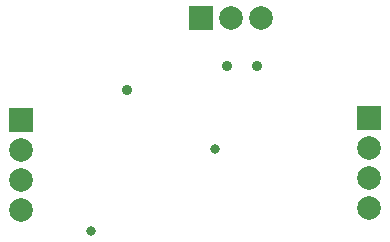
<source format=gbs>
G04*
G04 #@! TF.GenerationSoftware,Altium Limited,Altium Designer,24.5.2 (23)*
G04*
G04 Layer_Color=16711935*
%FSLAX25Y25*%
%MOIN*%
G70*
G04*
G04 #@! TF.SameCoordinates,01A352D6-3B51-4183-BB44-945251ACD641*
G04*
G04*
G04 #@! TF.FilePolarity,Negative*
G04*
G01*
G75*
%ADD22R,0.07887X0.07887*%
%ADD23C,0.07887*%
%ADD24R,0.07887X0.07887*%
%ADD25C,0.03600*%
%ADD26C,0.03200*%
D22*
X74000Y89000D02*
D03*
D23*
X94000D02*
D03*
X84000D02*
D03*
X129921Y45591D02*
D03*
Y35591D02*
D03*
Y25591D02*
D03*
X14000Y45000D02*
D03*
Y35000D02*
D03*
Y25000D02*
D03*
D24*
X129921Y55590D02*
D03*
X14000Y55000D02*
D03*
D25*
X49213Y64961D02*
D03*
X92520Y72835D02*
D03*
X82677D02*
D03*
D26*
X78740Y45118D02*
D03*
X37402Y17717D02*
D03*
M02*

</source>
